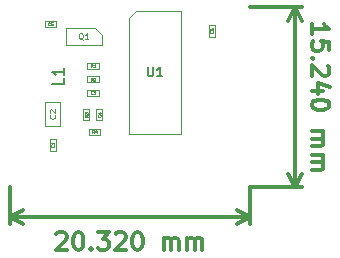
<source format=gbr>
G04 #@! TF.GenerationSoftware,KiCad,Pcbnew,(5.1.9-0-10_14)*
G04 #@! TF.CreationDate,2021-02-24T12:23:29+01:00*
G04 #@! TF.ProjectId,l0_Load,6c305f4c-6f61-4642-9e6b-696361645f70,rev?*
G04 #@! TF.SameCoordinates,Original*
G04 #@! TF.FileFunction,Other,Fab,Top*
%FSLAX46Y46*%
G04 Gerber Fmt 4.6, Leading zero omitted, Abs format (unit mm)*
G04 Created by KiCad (PCBNEW (5.1.9-0-10_14)) date 2021-02-24 12:23:29*
%MOMM*%
%LPD*%
G01*
G04 APERTURE LIST*
%ADD10C,0.300000*%
%ADD11C,0.100000*%
%ADD12C,0.150000*%
%ADD13C,0.062500*%
%ADD14C,0.075000*%
G04 APERTURE END LIST*
D10*
X166426814Y-94990028D02*
X166498242Y-94918600D01*
X166641100Y-94847171D01*
X166998242Y-94847171D01*
X167141100Y-94918600D01*
X167212528Y-94990028D01*
X167283957Y-95132885D01*
X167283957Y-95275742D01*
X167212528Y-95490028D01*
X166355385Y-96347171D01*
X167283957Y-96347171D01*
X168212528Y-94847171D02*
X168355385Y-94847171D01*
X168498242Y-94918600D01*
X168569671Y-94990028D01*
X168641100Y-95132885D01*
X168712528Y-95418600D01*
X168712528Y-95775742D01*
X168641100Y-96061457D01*
X168569671Y-96204314D01*
X168498242Y-96275742D01*
X168355385Y-96347171D01*
X168212528Y-96347171D01*
X168069671Y-96275742D01*
X167998242Y-96204314D01*
X167926814Y-96061457D01*
X167855385Y-95775742D01*
X167855385Y-95418600D01*
X167926814Y-95132885D01*
X167998242Y-94990028D01*
X168069671Y-94918600D01*
X168212528Y-94847171D01*
X169355385Y-96204314D02*
X169426814Y-96275742D01*
X169355385Y-96347171D01*
X169283957Y-96275742D01*
X169355385Y-96204314D01*
X169355385Y-96347171D01*
X169926814Y-94847171D02*
X170855385Y-94847171D01*
X170355385Y-95418600D01*
X170569671Y-95418600D01*
X170712528Y-95490028D01*
X170783957Y-95561457D01*
X170855385Y-95704314D01*
X170855385Y-96061457D01*
X170783957Y-96204314D01*
X170712528Y-96275742D01*
X170569671Y-96347171D01*
X170141100Y-96347171D01*
X169998242Y-96275742D01*
X169926814Y-96204314D01*
X171426814Y-94990028D02*
X171498242Y-94918600D01*
X171641100Y-94847171D01*
X171998242Y-94847171D01*
X172141100Y-94918600D01*
X172212528Y-94990028D01*
X172283957Y-95132885D01*
X172283957Y-95275742D01*
X172212528Y-95490028D01*
X171355385Y-96347171D01*
X172283957Y-96347171D01*
X173212528Y-94847171D02*
X173355385Y-94847171D01*
X173498242Y-94918600D01*
X173569671Y-94990028D01*
X173641100Y-95132885D01*
X173712528Y-95418600D01*
X173712528Y-95775742D01*
X173641100Y-96061457D01*
X173569671Y-96204314D01*
X173498242Y-96275742D01*
X173355385Y-96347171D01*
X173212528Y-96347171D01*
X173069671Y-96275742D01*
X172998242Y-96204314D01*
X172926814Y-96061457D01*
X172855385Y-95775742D01*
X172855385Y-95418600D01*
X172926814Y-95132885D01*
X172998242Y-94990028D01*
X173069671Y-94918600D01*
X173212528Y-94847171D01*
X175498242Y-96347171D02*
X175498242Y-95347171D01*
X175498242Y-95490028D02*
X175569671Y-95418600D01*
X175712528Y-95347171D01*
X175926814Y-95347171D01*
X176069671Y-95418600D01*
X176141100Y-95561457D01*
X176141100Y-96347171D01*
X176141100Y-95561457D02*
X176212528Y-95418600D01*
X176355385Y-95347171D01*
X176569671Y-95347171D01*
X176712528Y-95418600D01*
X176783957Y-95561457D01*
X176783957Y-96347171D01*
X177498242Y-96347171D02*
X177498242Y-95347171D01*
X177498242Y-95490028D02*
X177569671Y-95418600D01*
X177712528Y-95347171D01*
X177926814Y-95347171D01*
X178069671Y-95418600D01*
X178141100Y-95561457D01*
X178141100Y-96347171D01*
X178141100Y-95561457D02*
X178212528Y-95418600D01*
X178355385Y-95347171D01*
X178569671Y-95347171D01*
X178712528Y-95418600D01*
X178783957Y-95561457D01*
X178783957Y-96347171D01*
X182801100Y-93568600D02*
X162481100Y-93568600D01*
X182801100Y-91028600D02*
X182801100Y-94155021D01*
X162481100Y-91028600D02*
X162481100Y-94155021D01*
X162481100Y-93568600D02*
X163607604Y-92982179D01*
X162481100Y-93568600D02*
X163607604Y-94155021D01*
X182801100Y-93568600D02*
X181674596Y-92982179D01*
X182801100Y-93568600D02*
X181674596Y-94155021D01*
X188032528Y-78051457D02*
X188032528Y-77194314D01*
X188032528Y-77622885D02*
X189532528Y-77622885D01*
X189318242Y-77480028D01*
X189175385Y-77337171D01*
X189103957Y-77194314D01*
X189532528Y-79408600D02*
X189532528Y-78694314D01*
X188818242Y-78622885D01*
X188889671Y-78694314D01*
X188961100Y-78837171D01*
X188961100Y-79194314D01*
X188889671Y-79337171D01*
X188818242Y-79408600D01*
X188675385Y-79480028D01*
X188318242Y-79480028D01*
X188175385Y-79408600D01*
X188103957Y-79337171D01*
X188032528Y-79194314D01*
X188032528Y-78837171D01*
X188103957Y-78694314D01*
X188175385Y-78622885D01*
X188175385Y-80122885D02*
X188103957Y-80194314D01*
X188032528Y-80122885D01*
X188103957Y-80051457D01*
X188175385Y-80122885D01*
X188032528Y-80122885D01*
X189389671Y-80765742D02*
X189461100Y-80837171D01*
X189532528Y-80980028D01*
X189532528Y-81337171D01*
X189461100Y-81480028D01*
X189389671Y-81551457D01*
X189246814Y-81622885D01*
X189103957Y-81622885D01*
X188889671Y-81551457D01*
X188032528Y-80694314D01*
X188032528Y-81622885D01*
X189032528Y-82908600D02*
X188032528Y-82908600D01*
X189603957Y-82551457D02*
X188532528Y-82194314D01*
X188532528Y-83122885D01*
X189532528Y-83980028D02*
X189532528Y-84122885D01*
X189461100Y-84265742D01*
X189389671Y-84337171D01*
X189246814Y-84408600D01*
X188961100Y-84480028D01*
X188603957Y-84480028D01*
X188318242Y-84408600D01*
X188175385Y-84337171D01*
X188103957Y-84265742D01*
X188032528Y-84122885D01*
X188032528Y-83980028D01*
X188103957Y-83837171D01*
X188175385Y-83765742D01*
X188318242Y-83694314D01*
X188603957Y-83622885D01*
X188961100Y-83622885D01*
X189246814Y-83694314D01*
X189389671Y-83765742D01*
X189461100Y-83837171D01*
X189532528Y-83980028D01*
X188032528Y-86265742D02*
X189032528Y-86265742D01*
X188889671Y-86265742D02*
X188961100Y-86337171D01*
X189032528Y-86480028D01*
X189032528Y-86694314D01*
X188961100Y-86837171D01*
X188818242Y-86908600D01*
X188032528Y-86908600D01*
X188818242Y-86908600D02*
X188961100Y-86980028D01*
X189032528Y-87122885D01*
X189032528Y-87337171D01*
X188961100Y-87480028D01*
X188818242Y-87551457D01*
X188032528Y-87551457D01*
X188032528Y-88265742D02*
X189032528Y-88265742D01*
X188889671Y-88265742D02*
X188961100Y-88337171D01*
X189032528Y-88480028D01*
X189032528Y-88694314D01*
X188961100Y-88837171D01*
X188818242Y-88908600D01*
X188032528Y-88908600D01*
X188818242Y-88908600D02*
X188961100Y-88980028D01*
X189032528Y-89122885D01*
X189032528Y-89337171D01*
X188961100Y-89480028D01*
X188818242Y-89551457D01*
X188032528Y-89551457D01*
X186611100Y-75788600D02*
X186611100Y-91028600D01*
X182801100Y-75788600D02*
X187197521Y-75788600D01*
X182801100Y-91028600D02*
X187197521Y-91028600D01*
X186611100Y-91028600D02*
X186024679Y-89902096D01*
X186611100Y-91028600D02*
X187197521Y-89902096D01*
X186611100Y-75788600D02*
X186024679Y-76915104D01*
X186611100Y-75788600D02*
X187197521Y-76915104D01*
D11*
X172552000Y-86480000D02*
X172552000Y-76680000D01*
X176952000Y-86480000D02*
X172552000Y-86480000D01*
X176952000Y-76080000D02*
X176952000Y-86480000D01*
X173152000Y-76080000D02*
X176952000Y-76080000D01*
X172552000Y-76680000D02*
X173152000Y-76080000D01*
X169151100Y-86579600D02*
X169151100Y-86079600D01*
X170151100Y-86579600D02*
X169151100Y-86579600D01*
X170151100Y-86079600D02*
X170151100Y-86579600D01*
X169151100Y-86079600D02*
X170151100Y-86079600D01*
X169208100Y-85374600D02*
X168708100Y-85374600D01*
X169208100Y-84374600D02*
X169208100Y-85374600D01*
X168708100Y-84374600D02*
X169208100Y-84374600D01*
X168708100Y-85374600D02*
X168708100Y-84374600D01*
X170024100Y-81634600D02*
X170024100Y-82134600D01*
X169024100Y-81634600D02*
X170024100Y-81634600D01*
X169024100Y-82134600D02*
X169024100Y-81634600D01*
X170024100Y-82134600D02*
X169024100Y-82134600D01*
X169024100Y-80991600D02*
X169024100Y-80491600D01*
X170024100Y-80991600D02*
X169024100Y-80991600D01*
X170024100Y-80491600D02*
X170024100Y-80991600D01*
X169024100Y-80491600D02*
X170024100Y-80491600D01*
X179328000Y-77282000D02*
X179828000Y-77282000D01*
X179328000Y-78282000D02*
X179328000Y-77282000D01*
X179828000Y-78282000D02*
X179328000Y-78282000D01*
X179828000Y-77282000D02*
X179828000Y-78282000D01*
X166420000Y-76966000D02*
X166420000Y-77466000D01*
X165420000Y-76966000D02*
X166420000Y-76966000D01*
X165420000Y-77466000D02*
X165420000Y-76966000D01*
X166420000Y-77466000D02*
X165420000Y-77466000D01*
X169803000Y-84374600D02*
X170303000Y-84374600D01*
X169803000Y-85374600D02*
X169803000Y-84374600D01*
X170303000Y-85374600D02*
X169803000Y-85374600D01*
X170303000Y-84374600D02*
X170303000Y-85374600D01*
X169024100Y-83277600D02*
X169024100Y-82777600D01*
X170024100Y-83277600D02*
X169024100Y-83277600D01*
X170024100Y-82777600D02*
X170024100Y-83277600D01*
X169024100Y-82777600D02*
X170024100Y-82777600D01*
X166366000Y-87945000D02*
X165866000Y-87945000D01*
X166366000Y-86945000D02*
X166366000Y-87945000D01*
X165866000Y-86945000D02*
X166366000Y-86945000D01*
X165866000Y-87945000D02*
X165866000Y-86945000D01*
X166736000Y-83836000D02*
X166736000Y-85836000D01*
X166736000Y-85836000D02*
X165496000Y-85836000D01*
X165496000Y-85836000D02*
X165496000Y-83836000D01*
X165496000Y-83836000D02*
X166736000Y-83836000D01*
X169670000Y-77558000D02*
X170240000Y-78108000D01*
X170240000Y-78958000D02*
X167200000Y-78958000D01*
X167200000Y-77558000D02*
X167200000Y-78958000D01*
X170240000Y-78108000D02*
X170240000Y-78958000D01*
X169670000Y-77558000D02*
X167220000Y-77558000D01*
D12*
X174142476Y-80841904D02*
X174142476Y-81489523D01*
X174180571Y-81565714D01*
X174218666Y-81603809D01*
X174294857Y-81641904D01*
X174447238Y-81641904D01*
X174523428Y-81603809D01*
X174561523Y-81565714D01*
X174599619Y-81489523D01*
X174599619Y-80841904D01*
X175399619Y-81641904D02*
X174942476Y-81641904D01*
X175171047Y-81641904D02*
X175171047Y-80841904D01*
X175094857Y-80956190D01*
X175018666Y-81032380D01*
X174942476Y-81070476D01*
X167076380Y-81815666D02*
X167076380Y-82291857D01*
X166076380Y-82291857D01*
X167076380Y-80958523D02*
X167076380Y-81529952D01*
X167076380Y-81244238D02*
X166076380Y-81244238D01*
X166219238Y-81339476D01*
X166314476Y-81434714D01*
X166362095Y-81529952D01*
D13*
X169609433Y-86442695D02*
X169526100Y-86323647D01*
X169466576Y-86442695D02*
X169466576Y-86192695D01*
X169561814Y-86192695D01*
X169585623Y-86204600D01*
X169597528Y-86216504D01*
X169609433Y-86240314D01*
X169609433Y-86276028D01*
X169597528Y-86299838D01*
X169585623Y-86311742D01*
X169561814Y-86323647D01*
X169466576Y-86323647D01*
X169823719Y-86276028D02*
X169823719Y-86442695D01*
X169764195Y-86180790D02*
X169704671Y-86359361D01*
X169859433Y-86359361D01*
X169071195Y-84916266D02*
X168952147Y-84999600D01*
X169071195Y-85059123D02*
X168821195Y-85059123D01*
X168821195Y-84963885D01*
X168833100Y-84940076D01*
X168845004Y-84928171D01*
X168868814Y-84916266D01*
X168904528Y-84916266D01*
X168928338Y-84928171D01*
X168940242Y-84940076D01*
X168952147Y-84963885D01*
X168952147Y-85059123D01*
X168821195Y-84832933D02*
X168821195Y-84678171D01*
X168916433Y-84761504D01*
X168916433Y-84725790D01*
X168928338Y-84701980D01*
X168940242Y-84690076D01*
X168964052Y-84678171D01*
X169023576Y-84678171D01*
X169047385Y-84690076D01*
X169059290Y-84701980D01*
X169071195Y-84725790D01*
X169071195Y-84797219D01*
X169059290Y-84821028D01*
X169047385Y-84832933D01*
X169482433Y-81997695D02*
X169399100Y-81878647D01*
X169339576Y-81997695D02*
X169339576Y-81747695D01*
X169434814Y-81747695D01*
X169458623Y-81759600D01*
X169470528Y-81771504D01*
X169482433Y-81795314D01*
X169482433Y-81831028D01*
X169470528Y-81854838D01*
X169458623Y-81866742D01*
X169434814Y-81878647D01*
X169339576Y-81878647D01*
X169577671Y-81771504D02*
X169589576Y-81759600D01*
X169613385Y-81747695D01*
X169672909Y-81747695D01*
X169696719Y-81759600D01*
X169708623Y-81771504D01*
X169720528Y-81795314D01*
X169720528Y-81819123D01*
X169708623Y-81854838D01*
X169565766Y-81997695D01*
X169720528Y-81997695D01*
X169482433Y-80854695D02*
X169399100Y-80735647D01*
X169339576Y-80854695D02*
X169339576Y-80604695D01*
X169434814Y-80604695D01*
X169458623Y-80616600D01*
X169470528Y-80628504D01*
X169482433Y-80652314D01*
X169482433Y-80688028D01*
X169470528Y-80711838D01*
X169458623Y-80723742D01*
X169434814Y-80735647D01*
X169339576Y-80735647D01*
X169720528Y-80854695D02*
X169577671Y-80854695D01*
X169649100Y-80854695D02*
X169649100Y-80604695D01*
X169625290Y-80640409D01*
X169601480Y-80664219D01*
X169577671Y-80676123D01*
X179667285Y-77823666D02*
X179679190Y-77835571D01*
X179691095Y-77871285D01*
X179691095Y-77895095D01*
X179679190Y-77930809D01*
X179655380Y-77954619D01*
X179631571Y-77966523D01*
X179583952Y-77978428D01*
X179548238Y-77978428D01*
X179500619Y-77966523D01*
X179476809Y-77954619D01*
X179453000Y-77930809D01*
X179441095Y-77895095D01*
X179441095Y-77871285D01*
X179453000Y-77835571D01*
X179464904Y-77823666D01*
X179441095Y-77609380D02*
X179441095Y-77657000D01*
X179453000Y-77680809D01*
X179464904Y-77692714D01*
X179500619Y-77716523D01*
X179548238Y-77728428D01*
X179643476Y-77728428D01*
X179667285Y-77716523D01*
X179679190Y-77704619D01*
X179691095Y-77680809D01*
X179691095Y-77633190D01*
X179679190Y-77609380D01*
X179667285Y-77597476D01*
X179643476Y-77585571D01*
X179583952Y-77585571D01*
X179560142Y-77597476D01*
X179548238Y-77609380D01*
X179536333Y-77633190D01*
X179536333Y-77680809D01*
X179548238Y-77704619D01*
X179560142Y-77716523D01*
X179583952Y-77728428D01*
X165878333Y-77305285D02*
X165866428Y-77317190D01*
X165830714Y-77329095D01*
X165806904Y-77329095D01*
X165771190Y-77317190D01*
X165747380Y-77293380D01*
X165735476Y-77269571D01*
X165723571Y-77221952D01*
X165723571Y-77186238D01*
X165735476Y-77138619D01*
X165747380Y-77114809D01*
X165771190Y-77091000D01*
X165806904Y-77079095D01*
X165830714Y-77079095D01*
X165866428Y-77091000D01*
X165878333Y-77102904D01*
X166104523Y-77079095D02*
X165985476Y-77079095D01*
X165973571Y-77198142D01*
X165985476Y-77186238D01*
X166009285Y-77174333D01*
X166068809Y-77174333D01*
X166092619Y-77186238D01*
X166104523Y-77198142D01*
X166116428Y-77221952D01*
X166116428Y-77281476D01*
X166104523Y-77305285D01*
X166092619Y-77317190D01*
X166068809Y-77329095D01*
X166009285Y-77329095D01*
X165985476Y-77317190D01*
X165973571Y-77305285D01*
X170142285Y-84916266D02*
X170154190Y-84928171D01*
X170166095Y-84963885D01*
X170166095Y-84987695D01*
X170154190Y-85023409D01*
X170130380Y-85047219D01*
X170106571Y-85059123D01*
X170058952Y-85071028D01*
X170023238Y-85071028D01*
X169975619Y-85059123D01*
X169951809Y-85047219D01*
X169928000Y-85023409D01*
X169916095Y-84987695D01*
X169916095Y-84963885D01*
X169928000Y-84928171D01*
X169939904Y-84916266D01*
X169999428Y-84701980D02*
X170166095Y-84701980D01*
X169904190Y-84761504D02*
X170082761Y-84821028D01*
X170082761Y-84666266D01*
X169482433Y-83116885D02*
X169470528Y-83128790D01*
X169434814Y-83140695D01*
X169411004Y-83140695D01*
X169375290Y-83128790D01*
X169351480Y-83104980D01*
X169339576Y-83081171D01*
X169327671Y-83033552D01*
X169327671Y-82997838D01*
X169339576Y-82950219D01*
X169351480Y-82926409D01*
X169375290Y-82902600D01*
X169411004Y-82890695D01*
X169434814Y-82890695D01*
X169470528Y-82902600D01*
X169482433Y-82914504D01*
X169565766Y-82890695D02*
X169720528Y-82890695D01*
X169637195Y-82985933D01*
X169672909Y-82985933D01*
X169696719Y-82997838D01*
X169708623Y-83009742D01*
X169720528Y-83033552D01*
X169720528Y-83093076D01*
X169708623Y-83116885D01*
X169696719Y-83128790D01*
X169672909Y-83140695D01*
X169601480Y-83140695D01*
X169577671Y-83128790D01*
X169565766Y-83116885D01*
X166205285Y-87486666D02*
X166217190Y-87498571D01*
X166229095Y-87534285D01*
X166229095Y-87558095D01*
X166217190Y-87593809D01*
X166193380Y-87617619D01*
X166169571Y-87629523D01*
X166121952Y-87641428D01*
X166086238Y-87641428D01*
X166038619Y-87629523D01*
X166014809Y-87617619D01*
X165991000Y-87593809D01*
X165979095Y-87558095D01*
X165979095Y-87534285D01*
X165991000Y-87498571D01*
X166002904Y-87486666D01*
X166229095Y-87248571D02*
X166229095Y-87391428D01*
X166229095Y-87320000D02*
X165979095Y-87320000D01*
X166014809Y-87343809D01*
X166038619Y-87367619D01*
X166050523Y-87391428D01*
D14*
X166294571Y-84919333D02*
X166318380Y-84943142D01*
X166342190Y-85014571D01*
X166342190Y-85062190D01*
X166318380Y-85133619D01*
X166270761Y-85181238D01*
X166223142Y-85205047D01*
X166127904Y-85228857D01*
X166056476Y-85228857D01*
X165961238Y-85205047D01*
X165913619Y-85181238D01*
X165866000Y-85133619D01*
X165842190Y-85062190D01*
X165842190Y-85014571D01*
X165866000Y-84943142D01*
X165889809Y-84919333D01*
X165889809Y-84728857D02*
X165866000Y-84705047D01*
X165842190Y-84657428D01*
X165842190Y-84538380D01*
X165866000Y-84490761D01*
X165889809Y-84466952D01*
X165937428Y-84443142D01*
X165985047Y-84443142D01*
X166056476Y-84466952D01*
X166342190Y-84752666D01*
X166342190Y-84443142D01*
X168672380Y-78531809D02*
X168624761Y-78508000D01*
X168577142Y-78460380D01*
X168505714Y-78388952D01*
X168458095Y-78365142D01*
X168410476Y-78365142D01*
X168434285Y-78484190D02*
X168386666Y-78460380D01*
X168339047Y-78412761D01*
X168315238Y-78317523D01*
X168315238Y-78150857D01*
X168339047Y-78055619D01*
X168386666Y-78008000D01*
X168434285Y-77984190D01*
X168529523Y-77984190D01*
X168577142Y-78008000D01*
X168624761Y-78055619D01*
X168648571Y-78150857D01*
X168648571Y-78317523D01*
X168624761Y-78412761D01*
X168577142Y-78460380D01*
X168529523Y-78484190D01*
X168434285Y-78484190D01*
X169124761Y-78484190D02*
X168839047Y-78484190D01*
X168981904Y-78484190D02*
X168981904Y-77984190D01*
X168934285Y-78055619D01*
X168886666Y-78103238D01*
X168839047Y-78127047D01*
M02*

</source>
